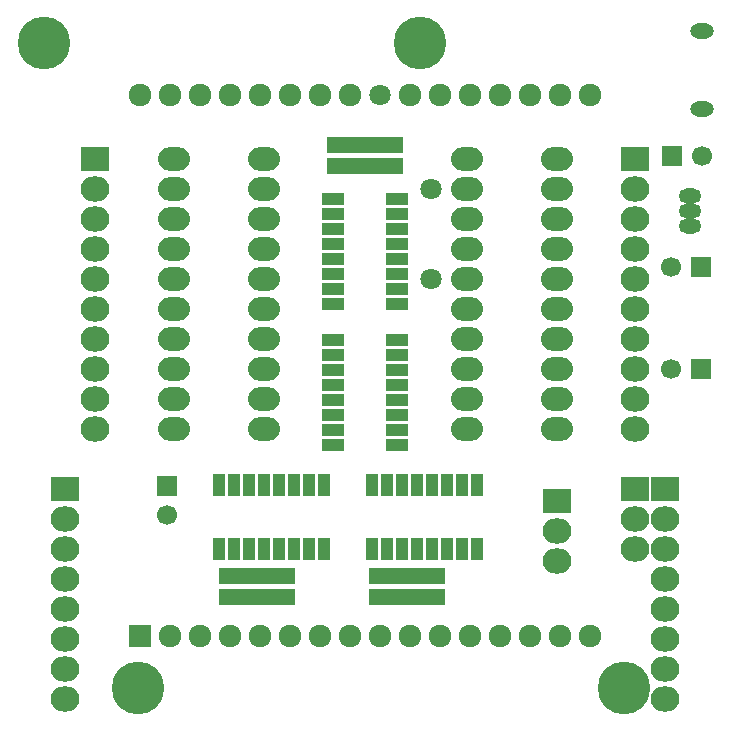
<source format=gbr>
G04 #@! TF.FileFunction,Soldermask,Top*
%FSLAX46Y46*%
G04 Gerber Fmt 4.6, Leading zero omitted, Abs format (unit mm)*
G04 Created by KiCad (PCBNEW (2015-11-29 BZR 6336, Git 7b0d981)-product) date 12/9/2015 5:57:17 PM*
%MOMM*%
G01*
G04 APERTURE LIST*
%ADD10C,0.100000*%
%ADD11R,2.432000X2.127200*%
%ADD12O,2.432000X2.127200*%
%ADD13C,1.924000*%
%ADD14R,1.924000X1.924000*%
%ADD15C,1.797000*%
%ADD16O,2.700000X2.000000*%
%ADD17R,1.700000X1.700000*%
%ADD18C,1.700000*%
%ADD19O,1.901140X1.299160*%
%ADD20R,1.000000X1.900000*%
%ADD21R,1.900000X1.000000*%
%ADD22R,0.825000X1.400000*%
%ADD23O,2.000000X1.300000*%
%ADD24C,4.464000*%
G04 APERTURE END LIST*
D10*
D11*
X170688000Y-93980000D03*
D12*
X170688000Y-96520000D03*
X170688000Y-99060000D03*
X170688000Y-101600000D03*
X170688000Y-104140000D03*
X170688000Y-106680000D03*
X170688000Y-109220000D03*
X170688000Y-111760000D03*
D13*
X164378640Y-60655200D03*
X161838640Y-60655200D03*
X159298640Y-60655200D03*
X156758640Y-60655200D03*
X154218640Y-60655200D03*
X151678640Y-60655200D03*
X149138640Y-60655200D03*
X144058640Y-60655200D03*
X141518640Y-60655200D03*
X138978640Y-60655200D03*
X136438640Y-60655200D03*
X133898640Y-60655200D03*
X131358640Y-60655200D03*
X128818640Y-60655200D03*
X126278640Y-60655200D03*
X164388800Y-106426000D03*
X161848800Y-106426000D03*
X159308800Y-106426000D03*
X156768800Y-106426000D03*
X154228800Y-106426000D03*
X151688800Y-106426000D03*
X149148800Y-106426000D03*
X146608800Y-106426000D03*
X144068800Y-106426000D03*
X141528800Y-106426000D03*
X138988800Y-106426000D03*
X136448800Y-106426000D03*
X133908800Y-106426000D03*
X131368800Y-106426000D03*
X128828800Y-106426000D03*
D14*
X126288800Y-106426000D03*
D15*
X146598640Y-60655200D03*
D16*
X161544000Y-66040000D03*
X161544000Y-68580000D03*
X161544000Y-71120000D03*
X161544000Y-73660000D03*
X161544000Y-76200000D03*
X161544000Y-78740000D03*
X161544000Y-81280000D03*
X161544000Y-83820000D03*
X161544000Y-86360000D03*
X161544000Y-88900000D03*
X153924000Y-88900000D03*
X153924000Y-86360000D03*
X153924000Y-83820000D03*
X153924000Y-81280000D03*
X153924000Y-78740000D03*
X153924000Y-76200000D03*
X153924000Y-73660000D03*
X153924000Y-71120000D03*
X153924000Y-68580000D03*
X153924000Y-66040000D03*
D17*
X171323000Y-65786000D03*
D18*
X173823000Y-65786000D03*
D17*
X173736000Y-83820000D03*
D18*
X171236000Y-83820000D03*
D17*
X128524000Y-93726000D03*
D18*
X128524000Y-96226000D03*
D17*
X173736000Y-75184000D03*
D18*
X171236000Y-75184000D03*
D11*
X161544000Y-94996000D03*
D12*
X161544000Y-97536000D03*
X161544000Y-100076000D03*
D19*
X172847000Y-70485000D03*
X172847000Y-71755000D03*
X172847000Y-69215000D03*
D16*
X136779000Y-66040000D03*
X136779000Y-68580000D03*
X136779000Y-71120000D03*
X136779000Y-73660000D03*
X136779000Y-76200000D03*
X136779000Y-78740000D03*
X136779000Y-81280000D03*
X136779000Y-83820000D03*
X136779000Y-86360000D03*
X136779000Y-88900000D03*
X129159000Y-88900000D03*
X129159000Y-86360000D03*
X129159000Y-83820000D03*
X129159000Y-81280000D03*
X129159000Y-78740000D03*
X129159000Y-76200000D03*
X129159000Y-73660000D03*
X129159000Y-71120000D03*
X129159000Y-68580000D03*
X129159000Y-66040000D03*
D20*
X145923000Y-99093000D03*
X147193000Y-99093000D03*
X148463000Y-99093000D03*
X149733000Y-99093000D03*
X151003000Y-99093000D03*
X152273000Y-99093000D03*
X153543000Y-99093000D03*
X154813000Y-99093000D03*
X154813000Y-93693000D03*
X153543000Y-93693000D03*
X152273000Y-93693000D03*
X151003000Y-93693000D03*
X149733000Y-93693000D03*
X148463000Y-93693000D03*
X147193000Y-93693000D03*
X145923000Y-93693000D03*
D21*
X142588000Y-69469000D03*
X142588000Y-70739000D03*
X142588000Y-72009000D03*
X142588000Y-73279000D03*
X142588000Y-74549000D03*
X142588000Y-75819000D03*
X142588000Y-77089000D03*
X142588000Y-78359000D03*
X147988000Y-78359000D03*
X147988000Y-77089000D03*
X147988000Y-75819000D03*
X147988000Y-74549000D03*
X147988000Y-73279000D03*
X147988000Y-72009000D03*
X147988000Y-70739000D03*
X147988000Y-69469000D03*
D20*
X132969000Y-99093000D03*
X134239000Y-99093000D03*
X135509000Y-99093000D03*
X136779000Y-99093000D03*
X138049000Y-99093000D03*
X139319000Y-99093000D03*
X140589000Y-99093000D03*
X141859000Y-99093000D03*
X141859000Y-93693000D03*
X140589000Y-93693000D03*
X139319000Y-93693000D03*
X138049000Y-93693000D03*
X136779000Y-93693000D03*
X135509000Y-93693000D03*
X134239000Y-93693000D03*
X132969000Y-93693000D03*
D21*
X142588000Y-81407000D03*
X142588000Y-82677000D03*
X142588000Y-83947000D03*
X142588000Y-85217000D03*
X142588000Y-86487000D03*
X142588000Y-87757000D03*
X142588000Y-89027000D03*
X142588000Y-90297000D03*
X147988000Y-90297000D03*
X147988000Y-89027000D03*
X147988000Y-87757000D03*
X147988000Y-86487000D03*
X147988000Y-85217000D03*
X147988000Y-83947000D03*
X147988000Y-82677000D03*
X147988000Y-81407000D03*
D11*
X122428000Y-66040000D03*
D12*
X122428000Y-68580000D03*
X122428000Y-71120000D03*
X122428000Y-73660000D03*
X122428000Y-76200000D03*
X122428000Y-78740000D03*
X122428000Y-81280000D03*
X122428000Y-83820000D03*
X122428000Y-86360000D03*
X122428000Y-88900000D03*
D11*
X168148000Y-66040000D03*
D12*
X168148000Y-68580000D03*
X168148000Y-71120000D03*
X168148000Y-73660000D03*
X168148000Y-76200000D03*
X168148000Y-78740000D03*
X168148000Y-81280000D03*
X168148000Y-83820000D03*
X168148000Y-86360000D03*
X168148000Y-88900000D03*
D15*
X150876000Y-68580000D03*
X150876000Y-76200000D03*
D22*
X146044000Y-103135000D03*
X146044000Y-101335000D03*
X151644000Y-103135000D03*
X151644000Y-101335000D03*
X146844000Y-103135000D03*
X147644000Y-103135000D03*
X148444000Y-103135000D03*
X149244000Y-103135000D03*
X150044000Y-103135000D03*
X150844000Y-103135000D03*
X146844000Y-101335000D03*
X147644000Y-101335000D03*
X148444000Y-101335000D03*
X150044000Y-101335000D03*
X149244000Y-101335000D03*
X150844000Y-101335000D03*
X142488000Y-66686000D03*
X142488000Y-64886000D03*
X148088000Y-66686000D03*
X148088000Y-64886000D03*
X143288000Y-66686000D03*
X144088000Y-66686000D03*
X144888000Y-66686000D03*
X145688000Y-66686000D03*
X146488000Y-66686000D03*
X147288000Y-66686000D03*
X143288000Y-64886000D03*
X144088000Y-64886000D03*
X144888000Y-64886000D03*
X146488000Y-64886000D03*
X145688000Y-64886000D03*
X147288000Y-64886000D03*
X133344000Y-103135000D03*
X133344000Y-101335000D03*
X138944000Y-103135000D03*
X138944000Y-101335000D03*
X134144000Y-103135000D03*
X134944000Y-103135000D03*
X135744000Y-103135000D03*
X136544000Y-103135000D03*
X137344000Y-103135000D03*
X138144000Y-103135000D03*
X134144000Y-101335000D03*
X134944000Y-101335000D03*
X135744000Y-101335000D03*
X137344000Y-101335000D03*
X136544000Y-101335000D03*
X138144000Y-101335000D03*
D23*
X173857460Y-55247000D03*
X173857460Y-61847000D03*
D24*
X118110000Y-56261000D03*
X167259000Y-110871000D03*
X149987000Y-56261000D03*
X126111000Y-110871000D03*
D11*
X119888000Y-93980000D03*
D12*
X119888000Y-96520000D03*
X119888000Y-99060000D03*
X119888000Y-101600000D03*
X119888000Y-104140000D03*
X119888000Y-106680000D03*
X119888000Y-109220000D03*
X119888000Y-111760000D03*
D11*
X168148000Y-93980000D03*
D12*
X168148000Y-96520000D03*
X168148000Y-99060000D03*
M02*

</source>
